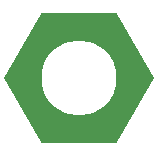
<source format=gbr>
%FSLAX34Y34*%
%MOIN*%
%ADD10P,0.5X6X0X0.25*%
D10*
X0Y0D03*
M02*

</source>
